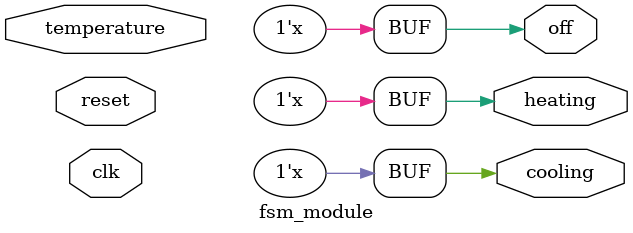
<source format=v>
module fsm_module ( 
  input clk,
  input reset,
  input temperature,
  output reg off,
  output reg heating,
  output reg cooling
);

  parameter OFF = 2'b00;
  parameter HEATING = 2'b01;
  parameter COOLING = 2'b10;
  parameter DEAD = 2'b11;

  reg [1:0] current_state;
  reg [1:0] next_state;
  reg [2:0] output_values;

  always @(posedge clk or posedge reset) begin
    if (reset) begin
      current_state <= OFF;
    end else begin
      current_state <= next_state;
    end
  end

  always @(current_state or temperature) begin
    output_values <= 3'b000; // initialize output values to all 0s
    case (current_state)
      OFF:
        begin
          if (temperature >= 75) begin
            output_values[2] <= 1; // set cooling output to 1
            next_state <= COOLING;
          end else if (temperature <= 65) begin
            output_values[1] <= 1; // set heating output to 1
            next_state <= HEATING;
          end else begin
            output_values[0] <= 1; // set off output to 1
            next_state <= OFF;
          end
        end
      HEATING:
        begin
          if (temperature >= 70) begin
            next_state <= OFF;
          end else begin
            output_values[1] <= 1; // set heating output to 1
            next_state <= HEATING;
          end
        end
      COOLING:
        begin
          if (temperature <= 80) begin
            next_state <= OFF;
          end else begin
            output_values[2] <= 1; // set cooling output to 1
            next_state <= COOLING;
          end
        end
      DEAD:
        begin
          next_state <= DEAD;
        end
      default:
        begin
          output_values <= 3'b000; // set all output values to 0
          next_state = OFF;
        end
    endcase
    off <= output_values[0]; // set output values based on output_values register
    heating <= output_values[1];
    cooling <= output_values[2];
  end
endmodule
</source>
